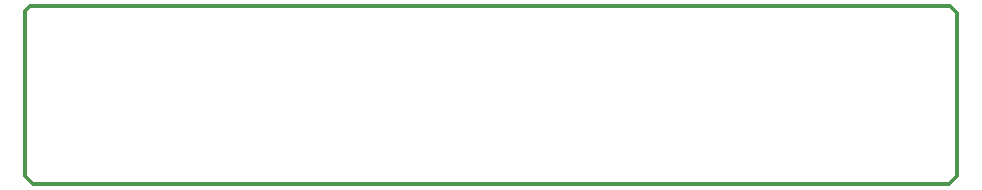
<source format=gko>
G04 Layer_Color=16711935*
%FSLAX43Y43*%
%MOMM*%
G71*
G01*
G75*
%ADD14C,0.300*%
D14*
X130683Y76835D02*
Y81517D01*
X130048Y76200D02*
X130683Y76835D01*
X129122Y76200D02*
X130048D01*
X129122Y91223D02*
X130138D01*
X130683Y90678D01*
Y85906D02*
Y90678D01*
X52234Y91223D02*
X54229D01*
X51816Y90805D02*
X52234Y91223D01*
X51816Y85054D02*
Y90805D01*
X52451Y76200D02*
X54229D01*
X51816Y76835D02*
X52451Y76200D01*
X51816Y76835D02*
Y82369D01*
Y85054D01*
X54229Y91223D02*
X129122D01*
X130683Y81517D02*
Y85906D01*
X54229Y76200D02*
X129122D01*
M02*

</source>
